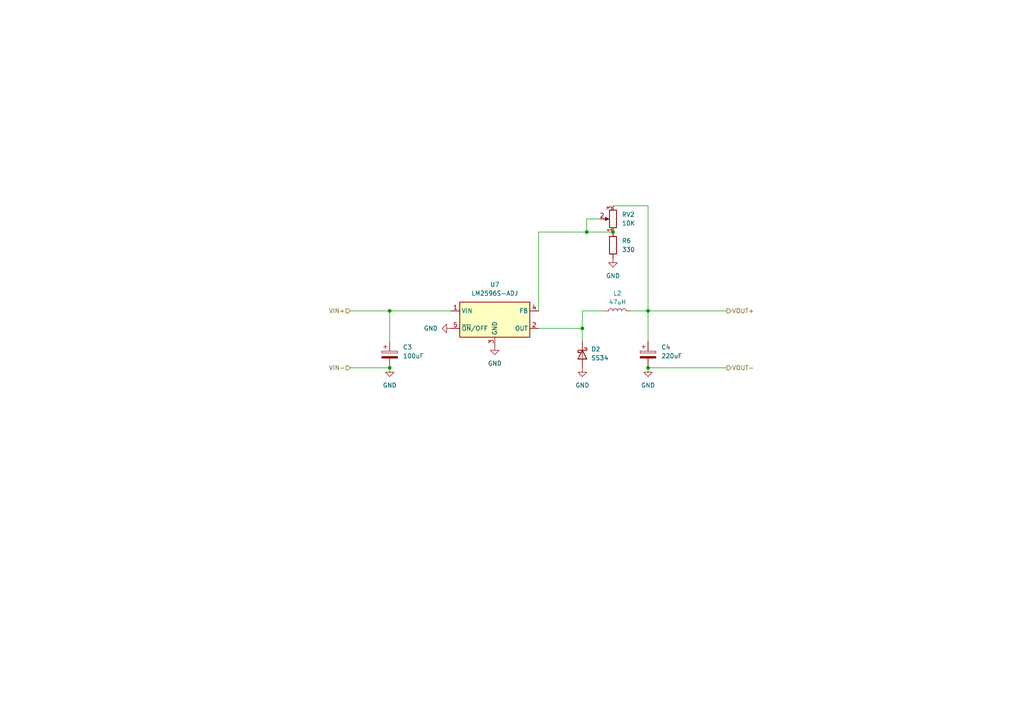
<source format=kicad_sch>
(kicad_sch (version 20250114) (generator "eeschema") (generator_version "9.0")
  (paper "A4")
  (lib_symbols
    (symbol "Device:C_Polarized" (pin_numbers (hide yes)) (pin_names (offset 0.254))
      (property "Reference" "C" (at 0.635 2.54 0))
      (property "Value" "C_Polarized" (at 0.635 -2.54 0))
      (symbol "C_Polarized_0_1"
        (rectangle (start -2.286 0.508) (end 2.286 1.016))
        (polyline (pts (xy -1.778 2.286) (xy -0.762 2.286)))
        (polyline (pts (xy -1.27 2.794) (xy -1.27 1.778)))
        (rectangle (start 2.286 -0.508) (end -2.286 -1.016) (fill (type outline)))
      )
      (symbol "C_Polarized_1_1"
        (pin passive line (at 0 3.81 270) (length 2.794) (name "~") (number "1"))
        (pin passive line (at 0 -3.81 90) (length 2.794) (name "~") (number "2"))
      )
    )
    (symbol "Device:L" (pin_numbers (hide yes)) (pin_names (offset 1.016) (hide yes))
      (property "Reference" "L" (at -1.27 0 90))
      (property "Value" "L" (at 1.905 0 90))
      (symbol "L_0_1"
        (arc (start 0 2.54) (mid 0.6323 1.905) (end 0 1.27))
        (arc (start 0 1.27) (mid 0.6323 0.635) (end 0 0))
        (arc (start 0 0) (mid 0.6323 -0.635) (end 0 -1.27))
        (arc (start 0 -1.27) (mid 0.6323 -1.905) (end 0 -2.54))
      )
      (symbol "L_1_1"
        (pin passive line (at 0 3.81 270) (length 1.27) (name "1") (number "1"))
        (pin passive line (at 0 -3.81 90) (length 1.27) (name "2") (number "2"))
      )
    )
    (symbol "Device:R" (pin_numbers (hide yes)) (pin_names (offset 0))
      (property "Reference" "R" (at 2.032 0 90))
      (property "Value" "R" (at 0 0 90))
      (symbol "R_0_1"
        (rectangle (start -1.016 -2.54) (end 1.016 2.54) (stroke (width 0.254)))
      )
      (symbol "R_1_1"
        (pin passive line (at 0 3.81 270) (length 1.27) (name "~") (number "1"))
        (pin passive line (at 0 -3.81 90) (length 1.27) (name "~") (number "2"))
      )
    )
    (symbol "Device:R_Potentiometer" (pin_names (offset 1.016) (hide yes))
      (property "Reference" "RV" (at -4.445 0 90))
      (property "Value" "R_Potentiometer" (at -2.54 0 90))
      (symbol "R_Potentiometer_0_1"
        (rectangle (start 1.016 2.54) (end -1.016 -2.54) (stroke (width 0.254)))
        (polyline (pts (xy 1.143 0) (xy 2.286 0.508) (xy 2.286 -0.508) (xy 1.143 0)) (fill (type outline)))
        (polyline (pts (xy 2.54 0) (xy 1.524 0)))
      )
      (symbol "R_Potentiometer_1_1"
        (pin passive line (at 0 3.81 270) (length 1.27) (name "1") (number "1"))
        (pin passive line (at 0 -3.81 90) (length 1.27) (name "3") (number "3"))
        (pin passive line (at 3.81 0 180) (length 1.27) (name "2") (number "2"))
      )
    )
    (symbol "Diode:SS34" (pin_numbers (hide yes)) (pin_names (offset 1.016) (hide yes))
      (property "Reference" "D" (at 0 2.54 0))
      (property "Value" "SS34" (at 0 -2.54 0))
      (symbol "SS34_0_1"
        (polyline (pts (xy -1.905 0.635) (xy -1.905 1.27) (xy -1.27 1.27) (xy -1.27 -1.27) (xy -0.635 -1.27) (xy -0.635 -0.635)) (stroke (width 0.254)))
        (polyline (pts (xy 1.27 1.27) (xy 1.27 -1.27) (xy -1.27 0) (xy 1.27 1.27)) (stroke (width 0.254)))
        (polyline (pts (xy 1.27 0) (xy -1.27 0)))
      )
      (symbol "SS34_1_1"
        (pin passive line (at -3.81 0 0) (length 2.54) (name "K") (number "1"))
        (pin passive line (at 3.81 0 180) (length 2.54) (name "A") (number "2"))
      )
    )
    (symbol "Regulator_Switching:LM2596S-ADJ"
      (property "Reference" "U" (at -10.16 6.35 0))
      (property "Value" "LM2596S-ADJ" (at 0 6.35 0))
      (symbol "LM2596S-ADJ_0_1"
        (rectangle (start -10.16 5.08) (end 10.16 -5.08) (stroke (width 0.254)) (fill (type background)))
      )
      (symbol "LM2596S-ADJ_1_1"
        (pin power_in line (at -12.7 2.54 0) (length 2.54) (name "VIN") (number "1"))
        (pin input line (at -12.7 -2.54 0) (length 2.54) (name "~{ON}/OFF") (number "5"))
        (pin power_in line (at 0 -7.62 90) (length 2.54) (name "GND") (number "3"))
        (pin input line (at 12.7 2.54 180) (length 2.54) (name "FB") (number "4"))
        (pin output line (at 12.7 -2.54 180) (length 2.54) (name "OUT") (number "2"))
      )
    )
    (symbol "power:GND" (power) (pin_numbers (hide yes)) (pin_names (offset 0) (hide yes))
      (property "Value" "GND" (at 0 -3.81 0))
      (symbol "GND_0_1"
        (polyline (pts (xy 0 0) (xy 0 -1.27) (xy 1.27 -1.27) (xy 0 -2.54) (xy -1.27 -1.27) (xy 0 -1.27)))
      )
      (symbol "GND_1_1"
        (pin power_in line (at 0 0 270) (length 0) (name "~") (number "1"))
      )
    )
  )
  (junction (at 113.03 90.17))
  (junction (at 170.18 67.31))
  (junction (at 113.03 106.68))
  (junction (at 187.96 106.68))
  (junction (at 187.96 90.17))
  (junction (at 168.91 95.25))
  (junction (at 177.8 67.31))
  (wire (pts (xy 168.91 95.25) (xy 168.91 90.17)))
  (wire (pts (xy 187.96 59.69) (xy 187.96 90.17)))
  (wire (pts (xy 210.82 106.68) (xy 187.96 106.68)))
  (wire (pts (xy 187.96 90.17) (xy 182.88 90.17)))
  (wire (pts (xy 156.21 67.31) (xy 170.18 67.31)))
  (wire (pts (xy 101.6 106.68) (xy 113.03 106.68)))
  (wire (pts (xy 101.6 90.17) (xy 113.03 90.17)))
  (wire (pts (xy 177.8 59.69) (xy 187.96 59.69)))
  (wire (pts (xy 168.91 95.25) (xy 168.91 99.06)))
  (wire (pts (xy 187.96 99.06) (xy 187.96 90.17)))
  (wire (pts (xy 187.96 90.17) (xy 210.82 90.17)))
  (wire (pts (xy 113.03 90.17) (xy 130.81 90.17)))
  (wire (pts (xy 173.99 63.5) (xy 170.18 63.5)))
  (wire (pts (xy 113.03 99.06) (xy 113.03 90.17)))
  (wire (pts (xy 156.21 95.25) (xy 168.91 95.25)))
  (wire (pts (xy 170.18 63.5) (xy 170.18 67.31)))
  (wire (pts (xy 170.18 67.31) (xy 177.8 67.31)))
  (wire (pts (xy 156.21 67.31) (xy 156.21 90.17)))
  (wire (pts (xy 168.91 90.17) (xy 175.26 90.17)))
  (hierarchical_label "VIN+" (shape input) (at 101.6 90.17 180))
  (hierarchical_label "VOUT+" (shape output) (at 210.82 90.17 0))
  (hierarchical_label "VIN-" (shape input) (at 101.6 106.68 180))
  (hierarchical_label "VOUT-" (shape output) (at 210.82 106.68 0))
  (symbol (lib_id "Regulator_Switching:LM2596S-ADJ") (at 143.51 92.71 0) (unit 1)
    (property "Reference" "U7" (at 143.51 82.55 0))
    (property "Value" "LM2596S-ADJ" (at 143.51 85.09 0))
    (property "Footprint" "Package_TO_SOT_SMD:TO-263-5_TabPin3" (effects (hide yes)))
    (property "Datasheet" "http://www.ti.com/lit/ds/symlink/lm2596.pdf" (effects (hide yes)))
    (property "Description" "Adjustable 3A Step-Down Voltage Regulator, TO-263" (effects (hide yes)))
  )
  (symbol (lib_id "Diode:SS34") (at 168.91 102.87 270) (unit 1)
    (property "Reference" "D2" (at 171.45 101.2824 90) (effects (justify left)))
    (property "Value" "SS34" (at 171.45 103.8224 90) (effects (justify left)))
    (property "Footprint" "Diode_SMD:D_SMA" (effects (hide yes)))
    (property "Datasheet" "https://www.vishay.com/docs/88751/ss32.pdf" (effects (hide yes)))
    (property "Description" "40V 3A Schottky Diode, SMA" (effects (hide yes)))
  )
  (symbol (lib_id "Device:R") (at 177.8 71.12 0) (unit 1)
    (property "Reference" "R6" (at 180.34 69.8499 0) (effects (justify left)))
    (property "Value" "330" (at 180.34 72.3899 0) (effects (justify left)))
    (property "Footprint" "Resistor_SMD:R_0805_2012Metric_Pad1.20x1.40mm_HandSolder" (effects (hide yes)))
    (property "Description" "Resistor" (effects (hide yes)))
  )
  (symbol (lib_id "power:GND") (at 177.8 74.93 0) (unit 1)
    (property "Reference" "#PWR042" (effects (hide yes)))
    (property "Value" "GND" (at 177.8 80.01 0))
    (property "Description" "Power symbol creates a global label with name \"GND\" , ground" (effects (hide yes)))
  )
  (symbol (lib_id "power:GND") (at 113.03 106.68 0) (unit 1)
    (property "Reference" "#PWR041" (effects (hide yes)))
    (property "Value" "GND" (at 113.03 111.76 0))
    (property "Description" "Power symbol creates a global label with name \"GND\" , ground" (effects (hide yes)))
  )
  (symbol (lib_id "power:GND") (at 143.51 100.33 0) (unit 1)
    (property "Reference" "#PWR037" (effects (hide yes)))
    (property "Value" "GND" (at 143.51 105.41 0))
    (property "Description" "Power symbol creates a global label with name \"GND\" , ground" (effects (hide yes)))
  )
  (symbol (lib_id "power:GND") (at 168.91 106.68 0) (unit 1)
    (property "Reference" "#PWR039" (effects (hide yes)))
    (property "Value" "GND" (at 168.91 111.76 0))
    (property "Description" "Power symbol creates a global label with name \"GND\" , ground" (effects (hide yes)))
  )
  (symbol (lib_id "Device:R_Potentiometer") (at 177.8 63.5 180) (unit 1)
    (property "Reference" "RV2" (at 180.34 62.2299 0) (effects (justify right)))
    (property "Value" "10K" (at 180.34 64.7699 0) (effects (justify right)))
    (property "Footprint" "Potentiometer_THT:Potentiometer_Bourns_3296W_Vertical" (effects (hide yes)))
    (property "Description" "Potentiometer" (effects (hide yes)))
  )
  (symbol (lib_id "Device:C_Polarized") (at 113.03 102.87 0) (unit 1)
    (property "Reference" "C3" (at 116.84 100.7109 0) (effects (justify left)))
    (property "Value" "100uF" (at 116.84 103.2509 0) (effects (justify left)))
    (property "Footprint" "Capacitor_SMD:CP_Elec_8x10.5" (effects (hide yes)))
    (property "Description" "Polarized capacitor" (effects (hide yes)))
  )
  (symbol (lib_id "power:GND") (at 187.96 106.68 0) (unit 1)
    (property "Reference" "#PWR040" (effects (hide yes)))
    (property "Value" "GND" (at 187.96 111.76 0))
    (property "Description" "Power symbol creates a global label with name \"GND\" , ground" (effects (hide yes)))
  )
  (symbol (lib_id "power:GND") (at 130.81 95.25 270) (unit 1)
    (property "Reference" "#PWR038" (effects (hide yes)))
    (property "Value" "GND" (at 127 95.2499 90) (effects (justify right)))
    (property "Description" "Power symbol creates a global label with name \"GND\" , ground" (effects (hide yes)))
  )
  (symbol (lib_id "Device:L") (at 179.07 90.17 90) (unit 1)
    (property "Reference" "L2" (at 179.07 85.09 90))
    (property "Value" "47uH" (at 179.07 87.63 90))
    (property "Footprint" "Inductor_SMD:L_12x12mm_H8mm" (effects (hide yes)))
    (property "Description" "Inductor" (effects (hide yes)))
  )
  (symbol (lib_id "Device:C_Polarized") (at 187.96 102.87 0) (unit 1)
    (property "Reference" "C4" (at 191.77 100.7109 0) (effects (justify left)))
    (property "Value" "220uF" (at 191.77 103.2509 0) (effects (justify left)))
    (property "Footprint" "Capacitor_SMD:CP_Elec_8x10.5" (effects (hide yes)))
    (property "Description" "Polarized capacitor" (effects (hide yes)))
  )
)
</source>
